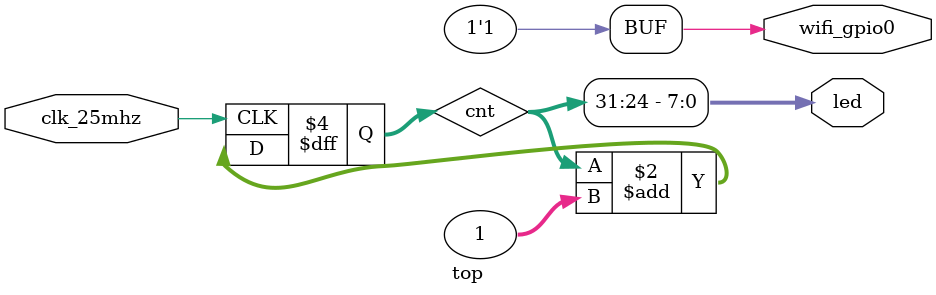
<source format=v>
module top (
    input clk_25mhz,
    output [7:0] led,
    output wifi_gpio0
);
    reg [31:0] cnt = 0;

    always @(posedge clk_25mhz) 
    begin
        cnt <= cnt + 1;
    end

    assign led = cnt[31:24];
    assign wifi_gpio0 = 1'b1;
endmodule

</source>
